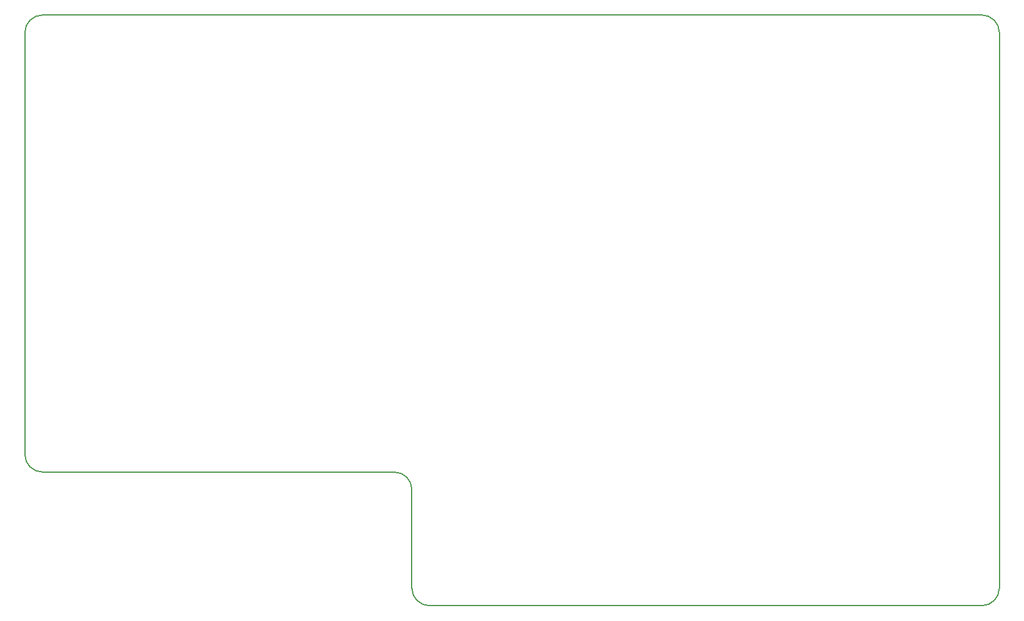
<source format=gbr>
%TF.GenerationSoftware,KiCad,Pcbnew,5.0.1*%
%TF.CreationDate,2019-01-21T13:20:35+01:00*%
%TF.ProjectId,PowerCommander,506F776572436F6D6D616E6465722E6B,rev?*%
%TF.SameCoordinates,Original*%
%TF.FileFunction,Profile,NP*%
%FSLAX46Y46*%
G04 Gerber Fmt 4.6, Leading zero omitted, Abs format (unit mm)*
G04 Created by KiCad (PCBNEW 5.0.1) date Mon 21 Jan 2019 01:20:35 PM CET*
%MOMM*%
%LPD*%
G01*
G04 APERTURE LIST*
%ADD10C,0.150000*%
G04 APERTURE END LIST*
D10*
X85000000Y-97500000D02*
X85000000Y-111500000D01*
X87500000Y-114000000D02*
G75*
G02X85000000Y-111500000I0J2500000D01*
G01*
X82500000Y-95000000D02*
G75*
G02X85000000Y-97500000I0J-2500000D01*
G01*
X32500000Y-95000000D02*
X82500000Y-95000000D01*
X166000000Y-30000000D02*
G75*
G02X168500000Y-32500000I0J-2500000D01*
G01*
X168500000Y-111500000D02*
G75*
G02X166000000Y-114000000I-2500000J0D01*
G01*
X32500000Y-95000000D02*
G75*
G02X30000000Y-92500000I0J2500000D01*
G01*
X30000000Y-32500000D02*
G75*
G02X32500000Y-30000000I2500000J0D01*
G01*
X30000000Y-92500000D02*
X30000000Y-32500000D01*
X166000000Y-114000000D02*
X87500000Y-114000000D01*
X168500000Y-32500000D02*
X168500000Y-111500000D01*
X32500000Y-30000000D02*
X166000000Y-30000000D01*
M02*

</source>
